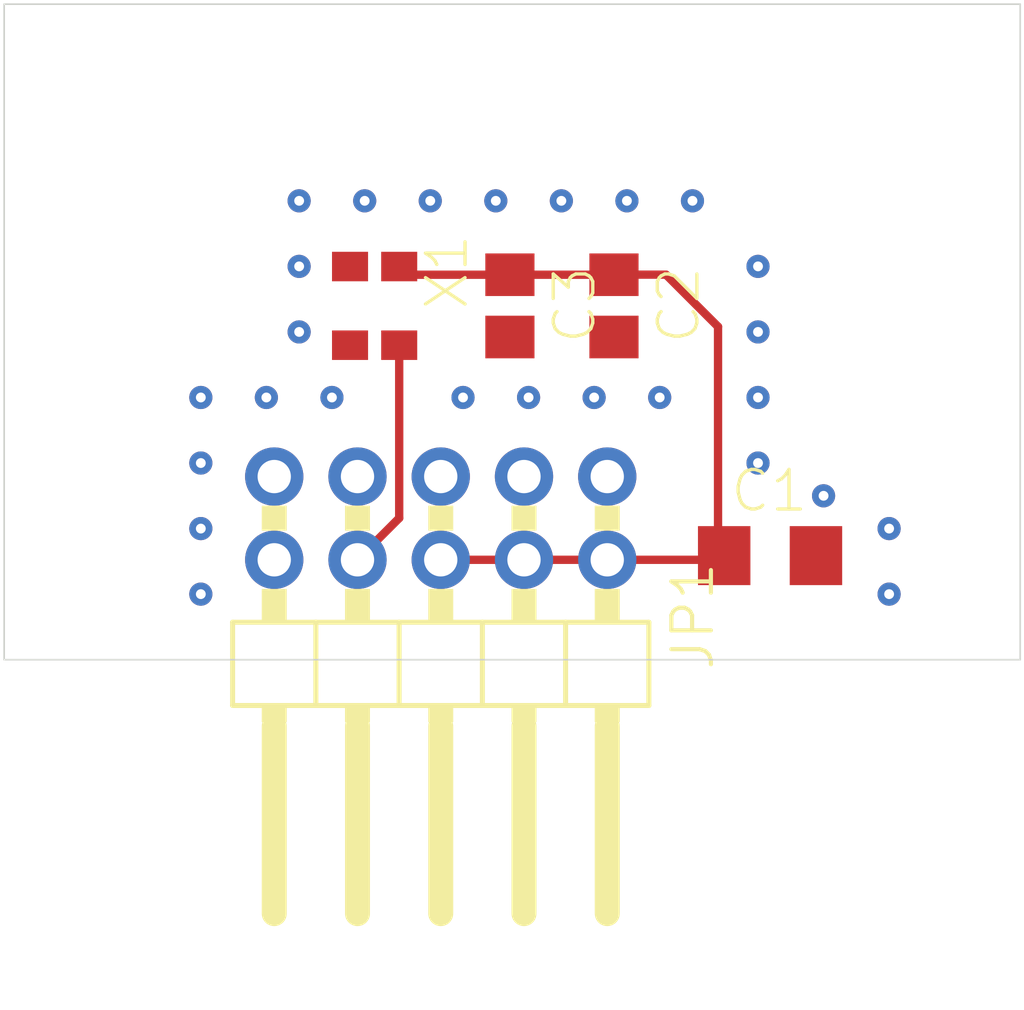
<source format=kicad_pcb>
(kicad_pcb (version 20171130) (host pcbnew "(5.1.5)-3")

  (general
    (thickness 1.6)
    (drawings 5)
    (tracks 40)
    (zones 0)
    (modules 5)
    (nets 9)
  )

  (page A4)
  (layers
    (0 Top signal)
    (31 Bottom signal)
    (32 B.Adhes user)
    (33 F.Adhes user)
    (34 B.Paste user)
    (35 F.Paste user)
    (36 B.SilkS user)
    (37 F.SilkS user)
    (38 B.Mask user)
    (39 F.Mask user)
    (40 Dwgs.User user)
    (41 Cmts.User user)
    (42 Eco1.User user)
    (43 Eco2.User user)
    (44 Edge.Cuts user)
    (45 Margin user)
    (46 B.CrtYd user)
    (47 F.CrtYd user)
    (48 B.Fab user)
    (49 F.Fab user)
  )

  (setup
    (last_trace_width 0.25)
    (trace_clearance 0.2)
    (zone_clearance 0.508)
    (zone_45_only no)
    (trace_min 0.2)
    (via_size 0.8)
    (via_drill 0.4)
    (via_min_size 0.4)
    (via_min_drill 0.3)
    (uvia_size 0.3)
    (uvia_drill 0.1)
    (uvias_allowed no)
    (uvia_min_size 0.2)
    (uvia_min_drill 0.1)
    (edge_width 0.05)
    (segment_width 0.2)
    (pcb_text_width 0.3)
    (pcb_text_size 1.5 1.5)
    (mod_edge_width 0.12)
    (mod_text_size 1 1)
    (mod_text_width 0.15)
    (pad_size 1.524 1.524)
    (pad_drill 0.762)
    (pad_to_mask_clearance 0.051)
    (solder_mask_min_width 0.25)
    (aux_axis_origin 0 0)
    (visible_elements FFFFFF7F)
    (pcbplotparams
      (layerselection 0x010fc_ffffffff)
      (usegerberextensions false)
      (usegerberattributes false)
      (usegerberadvancedattributes false)
      (creategerberjobfile false)
      (excludeedgelayer true)
      (linewidth 0.100000)
      (plotframeref false)
      (viasonmask false)
      (mode 1)
      (useauxorigin false)
      (hpglpennumber 1)
      (hpglpenspeed 20)
      (hpglpendiameter 15.000000)
      (psnegative false)
      (psa4output false)
      (plotreference true)
      (plotvalue true)
      (plotinvisibletext false)
      (padsonsilk false)
      (subtractmaskfromsilk false)
      (outputformat 1)
      (mirror false)
      (drillshape 1)
      (scaleselection 1)
      (outputdirectory ""))
  )

  (net 0 "")
  (net 1 +3V3)
  (net 2 GND)
  (net 3 /32M)
  (net 4 "Net-(X1-Pad1)")
  (net 5 "Net-(JP1-Pad7)")
  (net 6 "Net-(JP1-Pad5)")
  (net 7 "Net-(JP1-Pad3)")
  (net 8 "Net-(JP1-Pad1)")

  (net_class Default "Ceci est la Netclass par défaut."
    (clearance 0.2)
    (trace_width 0.25)
    (via_dia 0.8)
    (via_drill 0.4)
    (uvia_dia 0.3)
    (uvia_drill 0.1)
    (add_net +3V3)
    (add_net /32M)
    (add_net GND)
    (add_net "Net-(JP1-Pad1)")
    (add_net "Net-(JP1-Pad3)")
    (add_net "Net-(JP1-Pad5)")
    (add_net "Net-(JP1-Pad7)")
    (add_net "Net-(X1-Pad1)")
  )

  (module ref_board:C1206 (layer Top) (tedit 0) (tstamp 5F56802C)
    (at 156.3686 111.8286)
    (descr <b>CAPACITOR</b>)
    (path /A7B966D1)
    (fp_text reference C1 (at -1.27 -1.27) (layer F.SilkS)
      (effects (font (size 1.2065 1.2065) (thickness 0.1016)) (justify left bottom))
    )
    (fp_text value 1u (at -1.27 2.54) (layer F.Fab)
      (effects (font (size 1.2065 1.2065) (thickness 0.1016)) (justify left bottom))
    )
    (fp_poly (pts (xy -0.1999 0.4001) (xy 0.1999 0.4001) (xy 0.1999 -0.4001) (xy -0.1999 -0.4001)) (layer F.Adhes) (width 0))
    (fp_poly (pts (xy 0.9517 0.8491) (xy 1.7018 0.8491) (xy 1.7018 -0.8509) (xy 0.9517 -0.8509)) (layer F.Fab) (width 0))
    (fp_poly (pts (xy -1.7018 0.8509) (xy -0.9517 0.8509) (xy -0.9517 -0.8491) (xy -1.7018 -0.8491)) (layer F.Fab) (width 0))
    (fp_line (start -0.965 0.787) (end 0.965 0.787) (layer F.Fab) (width 0.1016))
    (fp_line (start -0.965 -0.787) (end 0.965 -0.787) (layer F.Fab) (width 0.1016))
    (fp_line (start 2.473 -0.983) (end 2.473 0.983) (layer Dwgs.User) (width 0.0508))
    (fp_line (start -2.473 0.983) (end -2.473 -0.983) (layer Dwgs.User) (width 0.0508))
    (fp_line (start 2.473 0.983) (end -2.473 0.983) (layer Dwgs.User) (width 0.0508))
    (fp_line (start -2.473 -0.983) (end 2.473 -0.983) (layer Dwgs.User) (width 0.0508))
    (pad 2 smd rect (at 1.4 0) (size 1.6 1.8) (layers Top F.Paste F.Mask)
      (net 2 GND) (solder_mask_margin 0.1016))
    (pad 1 smd rect (at -1.4 0) (size 1.6 1.8) (layers Top F.Paste F.Mask)
      (net 1 +3V3) (solder_mask_margin 0.1016))
  )

  (module ref_board:C0805 (layer Top) (tedit 0) (tstamp 5F56803A)
    (at 151.6061 104.2086 270)
    (descr <b>CAPACITOR</b><p>)
    (path /AEC71D01)
    (fp_text reference C2 (at -1.27 -1.27 270) (layer F.SilkS)
      (effects (font (size 1.2065 1.2065) (thickness 0.1016)) (justify right top))
    )
    (fp_text value 100n (at -1.27 2.54 270) (layer F.Fab)
      (effects (font (size 1.2065 1.2065) (thickness 0.1016)) (justify right top))
    )
    (fp_poly (pts (xy -0.1001 0.4001) (xy 0.1001 0.4001) (xy 0.1001 -0.4001) (xy -0.1001 -0.4001)) (layer F.Adhes) (width 0))
    (fp_poly (pts (xy 0.3556 0.7239) (xy 1.1057 0.7239) (xy 1.1057 -0.7262) (xy 0.3556 -0.7262)) (layer F.Fab) (width 0))
    (fp_poly (pts (xy -1.0922 0.7239) (xy -0.3421 0.7239) (xy -0.3421 -0.7262) (xy -1.0922 -0.7262)) (layer F.Fab) (width 0))
    (fp_line (start 1.973 -0.983) (end 1.973 0.983) (layer Dwgs.User) (width 0.0508))
    (fp_line (start -0.356 0.66) (end 0.381 0.66) (layer F.Fab) (width 0.1016))
    (fp_line (start -0.381 -0.66) (end 0.381 -0.66) (layer F.Fab) (width 0.1016))
    (fp_line (start -1.973 0.983) (end -1.973 -0.983) (layer Dwgs.User) (width 0.0508))
    (fp_line (start 1.973 0.983) (end -1.973 0.983) (layer Dwgs.User) (width 0.0508))
    (fp_line (start -1.973 -0.983) (end 1.973 -0.983) (layer Dwgs.User) (width 0.0508))
    (pad 2 smd rect (at 0.95 0 270) (size 1.3 1.5) (layers Top F.Paste F.Mask)
      (net 2 GND) (solder_mask_margin 0.1016))
    (pad 1 smd rect (at -0.95 0 270) (size 1.3 1.5) (layers Top F.Paste F.Mask)
      (net 1 +3V3) (solder_mask_margin 0.1016))
  )

  (module ref_board:C0805 (layer Top) (tedit 0) (tstamp 5F568048)
    (at 148.4311 104.2086 270)
    (descr <b>CAPACITOR</b><p>)
    (path /FF5BF64D)
    (fp_text reference C3 (at -1.27 -1.27 270) (layer F.SilkS)
      (effects (font (size 1.2065 1.2065) (thickness 0.1016)) (justify right top))
    )
    (fp_text value 10n (at -1.27 2.54 270) (layer F.Fab)
      (effects (font (size 1.2065 1.2065) (thickness 0.1016)) (justify right top))
    )
    (fp_poly (pts (xy -0.1001 0.4001) (xy 0.1001 0.4001) (xy 0.1001 -0.4001) (xy -0.1001 -0.4001)) (layer F.Adhes) (width 0))
    (fp_poly (pts (xy 0.3556 0.7239) (xy 1.1057 0.7239) (xy 1.1057 -0.7262) (xy 0.3556 -0.7262)) (layer F.Fab) (width 0))
    (fp_poly (pts (xy -1.0922 0.7239) (xy -0.3421 0.7239) (xy -0.3421 -0.7262) (xy -1.0922 -0.7262)) (layer F.Fab) (width 0))
    (fp_line (start 1.973 -0.983) (end 1.973 0.983) (layer Dwgs.User) (width 0.0508))
    (fp_line (start -0.356 0.66) (end 0.381 0.66) (layer F.Fab) (width 0.1016))
    (fp_line (start -0.381 -0.66) (end 0.381 -0.66) (layer F.Fab) (width 0.1016))
    (fp_line (start -1.973 0.983) (end -1.973 -0.983) (layer Dwgs.User) (width 0.0508))
    (fp_line (start 1.973 0.983) (end -1.973 0.983) (layer Dwgs.User) (width 0.0508))
    (fp_line (start -1.973 -0.983) (end 1.973 -0.983) (layer Dwgs.User) (width 0.0508))
    (pad 2 smd rect (at 0.95 0 270) (size 1.3 1.5) (layers Top F.Paste F.Mask)
      (net 2 GND) (solder_mask_margin 0.1016))
    (pad 1 smd rect (at -0.95 0 270) (size 1.3 1.5) (layers Top F.Paste F.Mask)
      (net 1 +3V3) (solder_mask_margin 0.1016))
  )

  (module ref_board:2X05_90 (layer Top) (tedit 0) (tstamp 5F568056)
    (at 146.3211 115.7661 180)
    (descr "<b>PIN HEADER</b>")
    (path /0B60073D)
    (fp_text reference JP1 (at -6.985 3.81 270) (layer F.SilkS)
      (effects (font (size 1.2065 1.2065) (thickness 0.127)) (justify right top))
    )
    (fp_text value PINHD-2X5_90 (at 8.255 3.81 270) (layer F.Fab)
      (effects (font (size 1.2065 1.2065) (thickness 0.1016)) (justify right top))
    )
    (fp_poly (pts (xy 4.699 4.699) (xy 5.461 4.699) (xy 5.461 2.921) (xy 4.699 2.921)) (layer F.Fab) (width 0))
    (fp_poly (pts (xy 4.699 5.461) (xy 5.461 5.461) (xy 5.461 4.699) (xy 4.699 4.699)) (layer F.SilkS) (width 0))
    (fp_poly (pts (xy 4.699 2.921) (xy 5.461 2.921) (xy 5.461 1.905) (xy 4.699 1.905)) (layer F.SilkS) (width 0))
    (fp_poly (pts (xy 2.159 5.461) (xy 2.921 5.461) (xy 2.921 4.699) (xy 2.159 4.699)) (layer F.SilkS) (width 0))
    (fp_poly (pts (xy 2.159 4.699) (xy 2.921 4.699) (xy 2.921 2.921) (xy 2.159 2.921)) (layer F.Fab) (width 0))
    (fp_poly (pts (xy -0.381 4.699) (xy 0.381 4.699) (xy 0.381 2.921) (xy -0.381 2.921)) (layer F.Fab) (width 0))
    (fp_poly (pts (xy -0.381 5.461) (xy 0.381 5.461) (xy 0.381 4.699) (xy -0.381 4.699)) (layer F.SilkS) (width 0))
    (fp_poly (pts (xy 2.159 2.921) (xy 2.921 2.921) (xy 2.921 1.905) (xy 2.159 1.905)) (layer F.SilkS) (width 0))
    (fp_poly (pts (xy -0.381 2.921) (xy 0.381 2.921) (xy 0.381 1.905) (xy -0.381 1.905)) (layer F.SilkS) (width 0))
    (fp_poly (pts (xy -2.921 5.461) (xy -2.159 5.461) (xy -2.159 4.699) (xy -2.921 4.699)) (layer F.SilkS) (width 0))
    (fp_poly (pts (xy -2.921 4.699) (xy -2.159 4.699) (xy -2.159 2.921) (xy -2.921 2.921)) (layer F.Fab) (width 0))
    (fp_poly (pts (xy -5.461 4.699) (xy -4.699 4.699) (xy -4.699 2.921) (xy -5.461 2.921)) (layer F.Fab) (width 0))
    (fp_poly (pts (xy -5.461 5.461) (xy -4.699 5.461) (xy -4.699 4.699) (xy -5.461 4.699)) (layer F.SilkS) (width 0))
    (fp_poly (pts (xy -2.921 2.921) (xy -2.159 2.921) (xy -2.159 1.905) (xy -2.921 1.905)) (layer F.SilkS) (width 0))
    (fp_poly (pts (xy -5.461 2.921) (xy -4.699 2.921) (xy -4.699 1.905) (xy -5.461 1.905)) (layer F.SilkS) (width 0))
    (fp_poly (pts (xy 4.699 -0.635) (xy 5.461 -0.635) (xy 5.461 -1.143) (xy 4.699 -1.143)) (layer F.SilkS) (width 0))
    (fp_poly (pts (xy 2.159 -0.635) (xy 2.921 -0.635) (xy 2.921 -1.143) (xy 2.159 -1.143)) (layer F.SilkS) (width 0))
    (fp_poly (pts (xy -0.381 -0.635) (xy 0.381 -0.635) (xy 0.381 -1.143) (xy -0.381 -1.143)) (layer F.SilkS) (width 0))
    (fp_poly (pts (xy -2.921 -0.635) (xy -2.159 -0.635) (xy -2.159 -1.143) (xy -2.921 -1.143)) (layer F.SilkS) (width 0))
    (fp_poly (pts (xy -5.461 -0.635) (xy -4.699 -0.635) (xy -4.699 -1.143) (xy -5.461 -1.143)) (layer F.SilkS) (width 0))
    (fp_line (start 5.08 -6.985) (end 5.08 -1.27) (layer F.SilkS) (width 0.762))
    (fp_line (start 6.35 -0.635) (end 3.81 -0.635) (layer F.SilkS) (width 0.1524))
    (fp_line (start 6.35 1.905) (end 6.35 -0.635) (layer F.SilkS) (width 0.1524))
    (fp_line (start 3.81 1.905) (end 6.35 1.905) (layer F.SilkS) (width 0.1524))
    (fp_line (start 2.54 -6.985) (end 2.54 -1.27) (layer F.SilkS) (width 0.762))
    (fp_line (start 3.81 -0.635) (end 1.27 -0.635) (layer F.SilkS) (width 0.1524))
    (fp_line (start 3.81 1.905) (end 3.81 -0.635) (layer F.SilkS) (width 0.1524))
    (fp_line (start 1.27 1.905) (end 3.81 1.905) (layer F.SilkS) (width 0.1524))
    (fp_line (start 0 -6.985) (end 0 -1.27) (layer F.SilkS) (width 0.762))
    (fp_line (start 1.27 -0.635) (end -1.27 -0.635) (layer F.SilkS) (width 0.1524))
    (fp_line (start 1.27 1.905) (end 1.27 -0.635) (layer F.SilkS) (width 0.1524))
    (fp_line (start -1.27 1.905) (end 1.27 1.905) (layer F.SilkS) (width 0.1524))
    (fp_line (start -2.54 -6.985) (end -2.54 -1.27) (layer F.SilkS) (width 0.762))
    (fp_line (start -1.27 -0.635) (end -3.81 -0.635) (layer F.SilkS) (width 0.1524))
    (fp_line (start -1.27 1.905) (end -1.27 -0.635) (layer F.SilkS) (width 0.1524))
    (fp_line (start -3.81 1.905) (end -1.27 1.905) (layer F.SilkS) (width 0.1524))
    (fp_line (start -5.08 -6.985) (end -5.08 -1.27) (layer F.SilkS) (width 0.762))
    (fp_line (start -6.35 -0.635) (end -6.35 1.905) (layer F.SilkS) (width 0.1524))
    (fp_line (start -3.81 -0.635) (end -6.35 -0.635) (layer F.SilkS) (width 0.1524))
    (fp_line (start -3.81 1.905) (end -3.81 -0.635) (layer F.SilkS) (width 0.1524))
    (fp_line (start -6.35 1.905) (end -3.81 1.905) (layer F.SilkS) (width 0.1524))
    (pad 9 thru_hole circle (at 5.08 6.35 180) (size 1.778 1.778) (drill 1.016) (layers *.Cu *.Mask)
      (net 2 GND) (solder_mask_margin 0.1016))
    (pad 7 thru_hole circle (at 2.54 6.35 180) (size 1.778 1.778) (drill 1.016) (layers *.Cu *.Mask)
      (net 5 "Net-(JP1-Pad7)") (solder_mask_margin 0.1016))
    (pad 5 thru_hole circle (at 0 6.35 180) (size 1.778 1.778) (drill 1.016) (layers *.Cu *.Mask)
      (net 6 "Net-(JP1-Pad5)") (solder_mask_margin 0.1016))
    (pad 3 thru_hole circle (at -2.54 6.35 180) (size 1.778 1.778) (drill 1.016) (layers *.Cu *.Mask)
      (net 7 "Net-(JP1-Pad3)") (solder_mask_margin 0.1016))
    (pad 1 thru_hole circle (at -5.08 6.35 180) (size 1.778 1.778) (drill 1.016) (layers *.Cu *.Mask)
      (net 8 "Net-(JP1-Pad1)") (solder_mask_margin 0.1016))
    (pad 10 thru_hole circle (at 5.08 3.81 180) (size 1.778 1.778) (drill 1.016) (layers *.Cu *.Mask)
      (net 2 GND) (solder_mask_margin 0.1016))
    (pad 8 thru_hole circle (at 2.54 3.81 180) (size 1.778 1.778) (drill 1.016) (layers *.Cu *.Mask)
      (net 3 /32M) (solder_mask_margin 0.1016))
    (pad 6 thru_hole circle (at 0 3.81 180) (size 1.778 1.778) (drill 1.016) (layers *.Cu *.Mask)
      (net 1 +3V3) (solder_mask_margin 0.1016))
    (pad 4 thru_hole circle (at -2.54 3.81 180) (size 1.778 1.778) (drill 1.016) (layers *.Cu *.Mask)
      (net 1 +3V3) (solder_mask_margin 0.1016))
    (pad 2 thru_hole circle (at -5.08 3.81 180) (size 1.778 1.778) (drill 1.016) (layers *.Cu *.Mask)
      (net 1 +3V3) (solder_mask_margin 0.1016))
  )

  (module ref_board:ASE (layer Top) (tedit 0) (tstamp 5F56808C)
    (at 144.3036 104.2086 270)
    (descr "<b>3.3Vdc CMOS SMD CRYSTAL CLOCK OSCILLATOR</b> ASE Series<p>\nSource: www.abracon.com")
    (path /8679BB61)
    (fp_text reference X1 (at -2.25 -1.5 270) (layer F.SilkS)
      (effects (font (size 1.2065 1.2065) (thickness 0.1016)) (justify right top))
    )
    (fp_text value ASE (at -2.25 2.75 270) (layer F.Fab)
      (effects (font (size 1.2065 1.2065) (thickness 0.1016)) (justify right top))
    )
    (fp_circle (center -2 1.2) (end -1.9099 1.2) (layer F.Fab) (width 0.1802))
    (fp_arc (start 1.6 1.25) (end 1.3 1.25) (angle 90) (layer F.Fab) (width 0.2032))
    (fp_arc (start -1.6 1.25) (end -1.6 0.95) (angle 90) (layer F.Fab) (width 0.2032))
    (fp_arc (start 1.6 -1.25) (end 1.6 -0.95) (angle 90) (layer F.Fab) (width 0.2032))
    (fp_arc (start -1.6 -1.25) (end -1.3 -1.25) (angle 90) (layer F.Fab) (width 0.2032))
    (fp_line (start -1.6 0.95) (end -1.6 -0.95) (layer F.Fab) (width 0.2032))
    (fp_line (start 1.3 1.25) (end -1.3 1.25) (layer F.Fab) (width 0.2032))
    (fp_line (start 1.6 -0.95) (end 1.6 0.95) (layer F.Fab) (width 0.2032))
    (fp_line (start -1.3 -1.25) (end 1.3 -1.25) (layer F.Fab) (width 0.2032))
    (pad 4 smd rect (at -1.2 -0.75 90) (size 0.9 1.1) (layers Top F.Paste F.Mask)
      (net 1 +3V3) (solder_mask_margin 0.1016))
    (pad 3 smd rect (at 1.2 -0.75 90) (size 0.9 1.1) (layers Top F.Paste F.Mask)
      (net 3 /32M) (solder_mask_margin 0.1016))
    (pad 2 smd rect (at 1.2 0.75 270) (size 0.9 1.1) (layers Top F.Paste F.Mask)
      (net 2 GND) (solder_mask_margin 0.1016))
    (pad 1 smd rect (at -1.2 0.75 270) (size 0.9 1.1) (layers Top F.Paste F.Mask)
      (net 4 "Net-(X1-Pad1)") (solder_mask_margin 0.1016))
  )

  (gr_line (start 133.0011 115.0036) (end 164.0011 115.0036) (layer Edge.Cuts) (width 0.05) (tstamp 1FB14D60))
  (gr_line (start 164.0011 115.0036) (end 164.0011 95.0036) (layer Edge.Cuts) (width 0.05) (tstamp 1FB15F80))
  (gr_line (start 164.0011 95.0036) (end 133.0011 95.0036) (layer Edge.Cuts) (width 0.05) (tstamp 1FB13F00))
  (gr_line (start 133.0011 95.0036) (end 133.0011 115.0036) (layer Edge.Cuts) (width 0.05) (tstamp 1FB14900))
  (gr_text REP_REF_BOARD_1.0 (at 135.0011 99.0036) (layer F.Fab) (tstamp 1FB15580)
    (effects (font (size 1.6891 1.6891) (thickness 0.14224)) (justify left bottom))
  )

  (segment (start 145.0536 103.0086) (end 145.3036 103.2586) (width 0.254) (layer Top) (net 1) (tstamp 1FE0EB00))
  (segment (start 145.3036 103.2586) (end 148.4311 103.2586) (width 0.254) (layer Top) (net 1) (tstamp 1FE0EBA0))
  (segment (start 148.4311 103.2586) (end 151.6061 103.2586) (width 0.254) (layer Top) (net 1) (tstamp 1FE0F5A0))
  (segment (start 146.3211 111.9561) (end 148.8611 111.9561) (width 0.254) (layer Top) (net 1) (tstamp 1FE0F280))
  (segment (start 148.8611 111.9561) (end 151.4011 111.9561) (width 0.254) (layer Top) (net 1) (tstamp 1FE0EE20))
  (segment (start 154.9686 111.8286) (end 154.8411 111.9561) (width 0.254) (layer Top) (net 1) (tstamp 1FE0F640))
  (segment (start 154.8411 111.9561) (end 154.7811 111.9561) (width 0.254) (layer Top) (net 1) (tstamp 1FE0ECE0))
  (segment (start 154.7811 111.9561) (end 151.4011 111.9561) (width 0.254) (layer Top) (net 1) (tstamp 1FE0F3C0))
  (segment (start 151.6061 103.2586) (end 151.6086 103.2561) (width 0.254) (layer Top) (net 1) (tstamp 1FE0FBE0))
  (segment (start 151.6086 103.2561) (end 153.1936 103.2561) (width 0.254) (layer Top) (net 1) (tstamp 1FE0EEC0))
  (segment (start 153.1936 103.2561) (end 154.7811 104.8436) (width 0.254) (layer Top) (net 1) (tstamp 1FE0F460))
  (segment (start 154.7811 104.8436) (end 154.7811 111.9561) (width 0.254) (layer Top) (net 1) (tstamp 1FE0E1A0))
  (via (at 139.0011 113.0036) (size 0.7064) (drill 0.3) (layers Top Bottom) (net 2) (tstamp 1EF1AFC0))
  (via (at 139.0011 111.0036) (size 0.7064) (drill 0.3) (layers Top Bottom) (net 2) (tstamp 1EF1B2E0))
  (via (at 139.0011 109.0036) (size 0.7064) (drill 0.3) (layers Top Bottom) (net 2) (tstamp 1EF1ACA0))
  (via (at 139.0011 107.0036) (size 0.7064) (drill 0.3) (layers Top Bottom) (net 2) (tstamp 1EF1B920))
  (via (at 141.0011 107.0036) (size 0.7064) (drill 0.3) (layers Top Bottom) (net 2) (tstamp 1EF1ADE0))
  (via (at 143.0011 107.0036) (size 0.7064) (drill 0.3) (layers Top Bottom) (net 2) (tstamp 1EF1A5C0))
  (via (at 142.0011 105.0036) (size 0.7064) (drill 0.3) (layers Top Bottom) (net 2) (tstamp 1EF1B380))
  (via (at 142.0011 103.0036) (size 0.7064) (drill 0.3) (layers Top Bottom) (net 2) (tstamp 1EF1BA60))
  (via (at 142.0011 101.0036) (size 0.7064) (drill 0.3) (layers Top Bottom) (net 2) (tstamp 1EF1A660))
  (via (at 144.0011 101.0036) (size 0.7064) (drill 0.3) (layers Top Bottom) (net 2) (tstamp 1EF1B100))
  (via (at 146.0011 101.0036) (size 0.7064) (drill 0.3) (layers Top Bottom) (net 2) (tstamp 1EF1A2A0))
  (via (at 148.0011 101.0036) (size 0.7064) (drill 0.3) (layers Top Bottom) (net 2) (tstamp 1EF1B4C0))
  (via (at 150.0011 101.0036) (size 0.7064) (drill 0.3) (layers Top Bottom) (net 2) (tstamp 1EF1B7E0))
  (via (at 152.0011 101.0036) (size 0.7064) (drill 0.3) (layers Top Bottom) (net 2) (tstamp 1EF1B740))
  (via (at 154.0011 101.0036) (size 0.7064) (drill 0.3) (layers Top Bottom) (net 2) (tstamp 1EF1A700))
  (via (at 156.0011 103.0036) (size 0.7064) (drill 0.3) (layers Top Bottom) (net 2) (tstamp 1EF1B1A0))
  (via (at 156.0011 105.0036) (size 0.7064) (drill 0.3) (layers Top Bottom) (net 2) (tstamp 1EF1B560))
  (via (at 156.0011 107.0036) (size 0.7064) (drill 0.3) (layers Top Bottom) (net 2) (tstamp 1EF1B9C0))
  (via (at 156.0011 109.0036) (size 0.7064) (drill 0.3) (layers Top Bottom) (net 2) (tstamp 1EF1BB00))
  (via (at 158.0011 110.0036) (size 0.7064) (drill 0.3) (layers Top Bottom) (net 2) (tstamp 1EF1A020))
  (via (at 147.0011 107.0036) (size 0.7064) (drill 0.3) (layers Top Bottom) (net 2) (tstamp 1EF1BC40))
  (via (at 149.0011 107.0036) (size 0.7064) (drill 0.3) (layers Top Bottom) (net 2) (tstamp 1EF1A200))
  (via (at 151.0011 107.0036) (size 0.7064) (drill 0.3) (layers Top Bottom) (net 2) (tstamp 1EF1A160))
  (via (at 153.0011 107.0036) (size 0.7064) (drill 0.3) (layers Top Bottom) (net 2) (tstamp 1EF1A480))
  (via (at 160.0011 111.0036) (size 0.7064) (drill 0.3) (layers Top Bottom) (net 2) (tstamp E1DC6E0))
  (via (at 160.0011 113.0036) (size 0.7064) (drill 0.3) (layers Top Bottom) (net 2) (tstamp E1DCBE0))
  (segment (start 143.7811 111.9561) (end 145.0536 110.6836) (width 0.254) (layer Top) (net 3) (tstamp E1DD4A0))
  (segment (start 145.0536 110.6836) (end 145.0536 105.4086) (width 0.254) (layer Top) (net 3) (tstamp 318ACD0))

  (zone (net 2) (net_name GND) (layer Bottom) (tstamp 1FE0E100) (hatch edge 0.508)
    (priority 6)
    (connect_pads (clearance 0.4064))
    (min_thickness 0.127)
    (fill (arc_segments 32) (thermal_gap 0.304) (thermal_bridge_width 0.304))
    (polygon
      (pts
        (xy 164.1281 115.1306) (xy 132.8741 115.1306) (xy 132.8741 94.8766) (xy 164.1281 94.8766)
      )
    )
  )
  (zone (net 2) (net_name GND) (layer Top) (tstamp 1FE0E380) (hatch edge 0.508)
    (priority 6)
    (connect_pads (clearance 0.4064))
    (min_thickness 0.127)
    (fill (arc_segments 32) (thermal_gap 0.304) (thermal_bridge_width 0.304))
    (polygon
      (pts
        (xy 164.1281 115.1306) (xy 132.8741 115.1306) (xy 132.8741 94.8766) (xy 164.1281 94.8766)
      )
    )
  )
)

</source>
